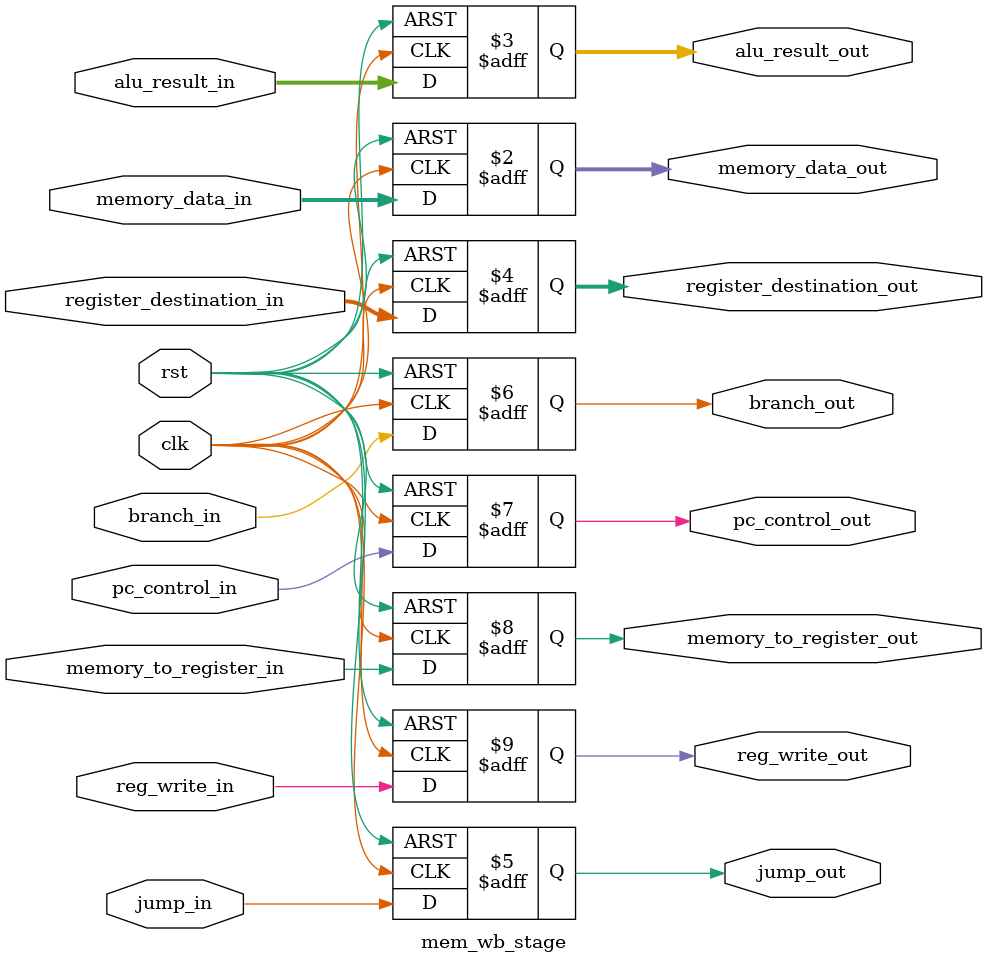
<source format=v>
module mem_wb_stage (

    //*******************************************
    //inputs
    //*******************************************

    input clk, rst,

    // data signals
    input [31:0] memory_data_in, alu_result_in,
    input [4:0] register_destination_in,

    // control signals
    input jump_in, branch_in, pc_control_in, memory_to_register_in, reg_write_in,

    //*******************************************
    //outputs
    //*******************************************

    // data signals
    output reg [31:0] memory_data_out, alu_result_out,
    output reg [4:0] register_destination_out,

    // control signals
    output reg jump_out, branch_out, pc_control_out, memory_to_register_out, reg_write_out
);

    always @(posedge clk or posedge rst) begin
        if (rst) begin
                memory_data_out <= 32'd0;
                alu_result_out <= 32'd0;

                register_destination_out <= 5'd0;

                jump_out <= 1'd0;
                branch_out <= 1'd0;
                pc_control_out <= 1'd0;
                memory_to_register_out <= 1'd0;
                reg_write_out <= 1'd0;
        end
        else begin
                memory_data_out <= memory_data_in;
                alu_result_out <= alu_result_in;

                register_destination_out <= register_destination_in;

                jump_out <= jump_in;
                branch_out <= branch_in;
                pc_control_out <= pc_control_in;
                memory_to_register_out <= memory_to_register_in;
                reg_write_out <= reg_write_in;
        end
    end
    
endmodule
</source>
